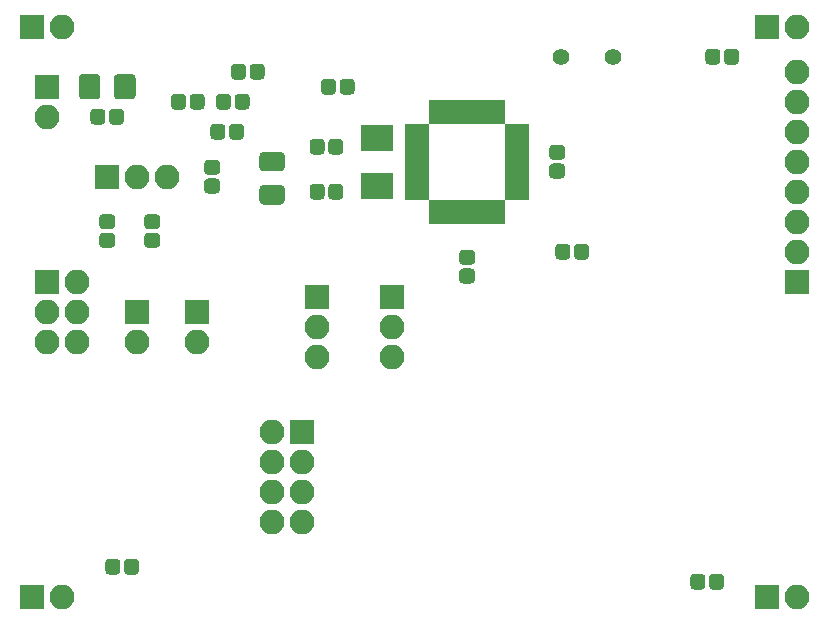
<source format=gbr>
G04 #@! TF.GenerationSoftware,KiCad,Pcbnew,(5.1.6)-1*
G04 #@! TF.CreationDate,2020-09-09T15:03:48-04:00*
G04 #@! TF.ProjectId,electronique_drone,656c6563-7472-46f6-9e69-7175655f6472,2*
G04 #@! TF.SameCoordinates,Original*
G04 #@! TF.FileFunction,Soldermask,Bot*
G04 #@! TF.FilePolarity,Negative*
%FSLAX46Y46*%
G04 Gerber Fmt 4.6, Leading zero omitted, Abs format (unit mm)*
G04 Created by KiCad (PCBNEW (5.1.6)-1) date 2020-09-09 15:03:48*
%MOMM*%
%LPD*%
G01*
G04 APERTURE LIST*
%ADD10R,2.100000X2.100000*%
%ADD11O,2.100000X2.100000*%
%ADD12C,1.400000*%
%ADD13R,2.000000X0.950000*%
%ADD14R,0.950000X2.000000*%
%ADD15R,2.800000X2.300000*%
G04 APERTURE END LIST*
D10*
X49530000Y-58420000D03*
D11*
X49530000Y-60960000D03*
G36*
G01*
X52210000Y-59174824D02*
X52210000Y-57665176D01*
G75*
G02*
X52530176Y-57345000I320176J0D01*
G01*
X53714824Y-57345000D01*
G75*
G02*
X54035000Y-57665176I0J-320176D01*
G01*
X54035000Y-59174824D01*
G75*
G02*
X53714824Y-59495000I-320176J0D01*
G01*
X52530176Y-59495000D01*
G75*
G02*
X52210000Y-59174824I0J320176D01*
G01*
G37*
G36*
G01*
X55185000Y-59174824D02*
X55185000Y-57665176D01*
G75*
G02*
X55505176Y-57345000I320176J0D01*
G01*
X56689824Y-57345000D01*
G75*
G02*
X57010000Y-57665176I0J-320176D01*
G01*
X57010000Y-59174824D01*
G75*
G02*
X56689824Y-59495000I-320176J0D01*
G01*
X55505176Y-59495000D01*
G75*
G02*
X55185000Y-59174824I0J320176D01*
G01*
G37*
G36*
G01*
X53185000Y-61316250D02*
X53185000Y-60603750D01*
G75*
G02*
X53503750Y-60285000I318750J0D01*
G01*
X54141250Y-60285000D01*
G75*
G02*
X54460000Y-60603750I0J-318750D01*
G01*
X54460000Y-61316250D01*
G75*
G02*
X54141250Y-61635000I-318750J0D01*
G01*
X53503750Y-61635000D01*
G75*
G02*
X53185000Y-61316250I0J318750D01*
G01*
G37*
G36*
G01*
X54760000Y-61316250D02*
X54760000Y-60603750D01*
G75*
G02*
X55078750Y-60285000I318750J0D01*
G01*
X55716250Y-60285000D01*
G75*
G02*
X56035000Y-60603750I0J-318750D01*
G01*
X56035000Y-61316250D01*
G75*
G02*
X55716250Y-61635000I-318750J0D01*
G01*
X55078750Y-61635000D01*
G75*
G02*
X54760000Y-61316250I0J318750D01*
G01*
G37*
G36*
G01*
X60017500Y-60046250D02*
X60017500Y-59333750D01*
G75*
G02*
X60336250Y-59015000I318750J0D01*
G01*
X60973750Y-59015000D01*
G75*
G02*
X61292500Y-59333750I0J-318750D01*
G01*
X61292500Y-60046250D01*
G75*
G02*
X60973750Y-60365000I-318750J0D01*
G01*
X60336250Y-60365000D01*
G75*
G02*
X60017500Y-60046250I0J318750D01*
G01*
G37*
G36*
G01*
X61592500Y-60046250D02*
X61592500Y-59333750D01*
G75*
G02*
X61911250Y-59015000I318750J0D01*
G01*
X62548750Y-59015000D01*
G75*
G02*
X62867500Y-59333750I0J-318750D01*
G01*
X62867500Y-60046250D01*
G75*
G02*
X62548750Y-60365000I-318750J0D01*
G01*
X61911250Y-60365000D01*
G75*
G02*
X61592500Y-60046250I0J318750D01*
G01*
G37*
G36*
G01*
X65097500Y-57506250D02*
X65097500Y-56793750D01*
G75*
G02*
X65416250Y-56475000I318750J0D01*
G01*
X66053750Y-56475000D01*
G75*
G02*
X66372500Y-56793750I0J-318750D01*
G01*
X66372500Y-57506250D01*
G75*
G02*
X66053750Y-57825000I-318750J0D01*
G01*
X65416250Y-57825000D01*
G75*
G02*
X65097500Y-57506250I0J318750D01*
G01*
G37*
G36*
G01*
X66672500Y-57506250D02*
X66672500Y-56793750D01*
G75*
G02*
X66991250Y-56475000I318750J0D01*
G01*
X67628750Y-56475000D01*
G75*
G02*
X67947500Y-56793750I0J-318750D01*
G01*
X67947500Y-57506250D01*
G75*
G02*
X67628750Y-57825000I-318750J0D01*
G01*
X66991250Y-57825000D01*
G75*
G02*
X66672500Y-57506250I0J318750D01*
G01*
G37*
G36*
G01*
X65402500Y-60046250D02*
X65402500Y-59333750D01*
G75*
G02*
X65721250Y-59015000I318750J0D01*
G01*
X66358750Y-59015000D01*
G75*
G02*
X66677500Y-59333750I0J-318750D01*
G01*
X66677500Y-60046250D01*
G75*
G02*
X66358750Y-60365000I-318750J0D01*
G01*
X65721250Y-60365000D01*
G75*
G02*
X65402500Y-60046250I0J318750D01*
G01*
G37*
G36*
G01*
X63827500Y-60046250D02*
X63827500Y-59333750D01*
G75*
G02*
X64146250Y-59015000I318750J0D01*
G01*
X64783750Y-59015000D01*
G75*
G02*
X65102500Y-59333750I0J-318750D01*
G01*
X65102500Y-60046250D01*
G75*
G02*
X64783750Y-60365000I-318750J0D01*
G01*
X64146250Y-60365000D01*
G75*
G02*
X63827500Y-60046250I0J318750D01*
G01*
G37*
G36*
G01*
X92353750Y-64920000D02*
X93066250Y-64920000D01*
G75*
G02*
X93385000Y-65238750I0J-318750D01*
G01*
X93385000Y-65876250D01*
G75*
G02*
X93066250Y-66195000I-318750J0D01*
G01*
X92353750Y-66195000D01*
G75*
G02*
X92035000Y-65876250I0J318750D01*
G01*
X92035000Y-65238750D01*
G75*
G02*
X92353750Y-64920000I318750J0D01*
G01*
G37*
G36*
G01*
X92353750Y-63345000D02*
X93066250Y-63345000D01*
G75*
G02*
X93385000Y-63663750I0J-318750D01*
G01*
X93385000Y-64301250D01*
G75*
G02*
X93066250Y-64620000I-318750J0D01*
G01*
X92353750Y-64620000D01*
G75*
G02*
X92035000Y-64301250I0J318750D01*
G01*
X92035000Y-63663750D01*
G75*
G02*
X92353750Y-63345000I318750J0D01*
G01*
G37*
G36*
G01*
X74602500Y-66953750D02*
X74602500Y-67666250D01*
G75*
G02*
X74283750Y-67985000I-318750J0D01*
G01*
X73646250Y-67985000D01*
G75*
G02*
X73327500Y-67666250I0J318750D01*
G01*
X73327500Y-66953750D01*
G75*
G02*
X73646250Y-66635000I318750J0D01*
G01*
X74283750Y-66635000D01*
G75*
G02*
X74602500Y-66953750I0J-318750D01*
G01*
G37*
G36*
G01*
X73027500Y-66953750D02*
X73027500Y-67666250D01*
G75*
G02*
X72708750Y-67985000I-318750J0D01*
G01*
X72071250Y-67985000D01*
G75*
G02*
X71752500Y-67666250I0J318750D01*
G01*
X71752500Y-66953750D01*
G75*
G02*
X72071250Y-66635000I318750J0D01*
G01*
X72708750Y-66635000D01*
G75*
G02*
X73027500Y-66953750I0J-318750D01*
G01*
G37*
G36*
G01*
X73027500Y-63143750D02*
X73027500Y-63856250D01*
G75*
G02*
X72708750Y-64175000I-318750J0D01*
G01*
X72071250Y-64175000D01*
G75*
G02*
X71752500Y-63856250I0J318750D01*
G01*
X71752500Y-63143750D01*
G75*
G02*
X72071250Y-62825000I318750J0D01*
G01*
X72708750Y-62825000D01*
G75*
G02*
X73027500Y-63143750I0J-318750D01*
G01*
G37*
G36*
G01*
X74602500Y-63143750D02*
X74602500Y-63856250D01*
G75*
G02*
X74283750Y-64175000I-318750J0D01*
G01*
X73646250Y-64175000D01*
G75*
G02*
X73327500Y-63856250I0J318750D01*
G01*
X73327500Y-63143750D01*
G75*
G02*
X73646250Y-62825000I318750J0D01*
G01*
X74283750Y-62825000D01*
G75*
G02*
X74602500Y-63143750I0J-318750D01*
G01*
G37*
D12*
X97450000Y-55880000D03*
X93050000Y-55880000D03*
D10*
X49530000Y-74930000D03*
D11*
X52070000Y-74930000D03*
X49530000Y-77470000D03*
X52070000Y-77470000D03*
X49530000Y-80010000D03*
X52070000Y-80010000D03*
D10*
X54610000Y-66040000D03*
D11*
X57150000Y-66040000D03*
X59690000Y-66040000D03*
D10*
X72390000Y-76200000D03*
D11*
X72390000Y-78740000D03*
X72390000Y-81280000D03*
X78740000Y-81280000D03*
X78740000Y-78740000D03*
D10*
X78740000Y-76200000D03*
D11*
X57150000Y-80010000D03*
D10*
X57150000Y-77470000D03*
X62230000Y-77470000D03*
D11*
X62230000Y-80010000D03*
X50800000Y-53340000D03*
D10*
X48260000Y-53340000D03*
X110490000Y-53340000D03*
D11*
X113030000Y-53340000D03*
X50800000Y-101600000D03*
D10*
X48260000Y-101600000D03*
X110490000Y-101600000D03*
D11*
X113030000Y-101600000D03*
G36*
G01*
X63345000Y-62586250D02*
X63345000Y-61873750D01*
G75*
G02*
X63663750Y-61555000I318750J0D01*
G01*
X64301250Y-61555000D01*
G75*
G02*
X64620000Y-61873750I0J-318750D01*
G01*
X64620000Y-62586250D01*
G75*
G02*
X64301250Y-62905000I-318750J0D01*
G01*
X63663750Y-62905000D01*
G75*
G02*
X63345000Y-62586250I0J318750D01*
G01*
G37*
G36*
G01*
X64920000Y-62586250D02*
X64920000Y-61873750D01*
G75*
G02*
X65238750Y-61555000I318750J0D01*
G01*
X65876250Y-61555000D01*
G75*
G02*
X66195000Y-61873750I0J-318750D01*
G01*
X66195000Y-62586250D01*
G75*
G02*
X65876250Y-62905000I-318750J0D01*
G01*
X65238750Y-62905000D01*
G75*
G02*
X64920000Y-62586250I0J318750D01*
G01*
G37*
G36*
G01*
X54253750Y-70787500D02*
X54966250Y-70787500D01*
G75*
G02*
X55285000Y-71106250I0J-318750D01*
G01*
X55285000Y-71743750D01*
G75*
G02*
X54966250Y-72062500I-318750J0D01*
G01*
X54253750Y-72062500D01*
G75*
G02*
X53935000Y-71743750I0J318750D01*
G01*
X53935000Y-71106250D01*
G75*
G02*
X54253750Y-70787500I318750J0D01*
G01*
G37*
G36*
G01*
X54253750Y-69212500D02*
X54966250Y-69212500D01*
G75*
G02*
X55285000Y-69531250I0J-318750D01*
G01*
X55285000Y-70168750D01*
G75*
G02*
X54966250Y-70487500I-318750J0D01*
G01*
X54253750Y-70487500D01*
G75*
G02*
X53935000Y-70168750I0J318750D01*
G01*
X53935000Y-69531250D01*
G75*
G02*
X54253750Y-69212500I318750J0D01*
G01*
G37*
G36*
G01*
X74292500Y-58776250D02*
X74292500Y-58063750D01*
G75*
G02*
X74611250Y-57745000I318750J0D01*
G01*
X75248750Y-57745000D01*
G75*
G02*
X75567500Y-58063750I0J-318750D01*
G01*
X75567500Y-58776250D01*
G75*
G02*
X75248750Y-59095000I-318750J0D01*
G01*
X74611250Y-59095000D01*
G75*
G02*
X74292500Y-58776250I0J318750D01*
G01*
G37*
G36*
G01*
X72717500Y-58776250D02*
X72717500Y-58063750D01*
G75*
G02*
X73036250Y-57745000I318750J0D01*
G01*
X73673750Y-57745000D01*
G75*
G02*
X73992500Y-58063750I0J-318750D01*
G01*
X73992500Y-58776250D01*
G75*
G02*
X73673750Y-59095000I-318750J0D01*
G01*
X73036250Y-59095000D01*
G75*
G02*
X72717500Y-58776250I0J318750D01*
G01*
G37*
G36*
G01*
X63856250Y-65890000D02*
X63143750Y-65890000D01*
G75*
G02*
X62825000Y-65571250I0J318750D01*
G01*
X62825000Y-64933750D01*
G75*
G02*
X63143750Y-64615000I318750J0D01*
G01*
X63856250Y-64615000D01*
G75*
G02*
X64175000Y-64933750I0J-318750D01*
G01*
X64175000Y-65571250D01*
G75*
G02*
X63856250Y-65890000I-318750J0D01*
G01*
G37*
G36*
G01*
X63856250Y-67465000D02*
X63143750Y-67465000D01*
G75*
G02*
X62825000Y-67146250I0J318750D01*
G01*
X62825000Y-66508750D01*
G75*
G02*
X63143750Y-66190000I318750J0D01*
G01*
X63856250Y-66190000D01*
G75*
G02*
X64175000Y-66508750I0J-318750D01*
G01*
X64175000Y-67146250D01*
G75*
G02*
X63856250Y-67465000I-318750J0D01*
G01*
G37*
G36*
G01*
X67835000Y-63945000D02*
X69325000Y-63945000D01*
G75*
G02*
X69655000Y-64275000I0J-330000D01*
G01*
X69655000Y-65265000D01*
G75*
G02*
X69325000Y-65595000I-330000J0D01*
G01*
X67835000Y-65595000D01*
G75*
G02*
X67505000Y-65265000I0J330000D01*
G01*
X67505000Y-64275000D01*
G75*
G02*
X67835000Y-63945000I330000J0D01*
G01*
G37*
G36*
G01*
X67835000Y-66745000D02*
X69325000Y-66745000D01*
G75*
G02*
X69655000Y-67075000I0J-330000D01*
G01*
X69655000Y-68065000D01*
G75*
G02*
X69325000Y-68395000I-330000J0D01*
G01*
X67835000Y-68395000D01*
G75*
G02*
X67505000Y-68065000I0J330000D01*
G01*
X67505000Y-67075000D01*
G75*
G02*
X67835000Y-66745000I330000J0D01*
G01*
G37*
G36*
G01*
X58063750Y-70787500D02*
X58776250Y-70787500D01*
G75*
G02*
X59095000Y-71106250I0J-318750D01*
G01*
X59095000Y-71743750D01*
G75*
G02*
X58776250Y-72062500I-318750J0D01*
G01*
X58063750Y-72062500D01*
G75*
G02*
X57745000Y-71743750I0J318750D01*
G01*
X57745000Y-71106250D01*
G75*
G02*
X58063750Y-70787500I318750J0D01*
G01*
G37*
G36*
G01*
X58063750Y-69212500D02*
X58776250Y-69212500D01*
G75*
G02*
X59095000Y-69531250I0J-318750D01*
G01*
X59095000Y-70168750D01*
G75*
G02*
X58776250Y-70487500I-318750J0D01*
G01*
X58063750Y-70487500D01*
G75*
G02*
X57745000Y-70168750I0J318750D01*
G01*
X57745000Y-69531250D01*
G75*
G02*
X58063750Y-69212500I318750J0D01*
G01*
G37*
G36*
G01*
X85446250Y-73510000D02*
X84733750Y-73510000D01*
G75*
G02*
X84415000Y-73191250I0J318750D01*
G01*
X84415000Y-72553750D01*
G75*
G02*
X84733750Y-72235000I318750J0D01*
G01*
X85446250Y-72235000D01*
G75*
G02*
X85765000Y-72553750I0J-318750D01*
G01*
X85765000Y-73191250D01*
G75*
G02*
X85446250Y-73510000I-318750J0D01*
G01*
G37*
G36*
G01*
X85446250Y-75085000D02*
X84733750Y-75085000D01*
G75*
G02*
X84415000Y-74766250I0J318750D01*
G01*
X84415000Y-74128750D01*
G75*
G02*
X84733750Y-73810000I318750J0D01*
G01*
X85446250Y-73810000D01*
G75*
G02*
X85765000Y-74128750I0J-318750D01*
G01*
X85765000Y-74766250D01*
G75*
G02*
X85446250Y-75085000I-318750J0D01*
G01*
G37*
G36*
G01*
X95405000Y-72033750D02*
X95405000Y-72746250D01*
G75*
G02*
X95086250Y-73065000I-318750J0D01*
G01*
X94448750Y-73065000D01*
G75*
G02*
X94130000Y-72746250I0J318750D01*
G01*
X94130000Y-72033750D01*
G75*
G02*
X94448750Y-71715000I318750J0D01*
G01*
X95086250Y-71715000D01*
G75*
G02*
X95405000Y-72033750I0J-318750D01*
G01*
G37*
G36*
G01*
X93830000Y-72033750D02*
X93830000Y-72746250D01*
G75*
G02*
X93511250Y-73065000I-318750J0D01*
G01*
X92873750Y-73065000D01*
G75*
G02*
X92555000Y-72746250I0J318750D01*
G01*
X92555000Y-72033750D01*
G75*
G02*
X92873750Y-71715000I318750J0D01*
G01*
X93511250Y-71715000D01*
G75*
G02*
X93830000Y-72033750I0J-318750D01*
G01*
G37*
G36*
G01*
X56030000Y-99416250D02*
X56030000Y-98703750D01*
G75*
G02*
X56348750Y-98385000I318750J0D01*
G01*
X56986250Y-98385000D01*
G75*
G02*
X57305000Y-98703750I0J-318750D01*
G01*
X57305000Y-99416250D01*
G75*
G02*
X56986250Y-99735000I-318750J0D01*
G01*
X56348750Y-99735000D01*
G75*
G02*
X56030000Y-99416250I0J318750D01*
G01*
G37*
G36*
G01*
X54455000Y-99416250D02*
X54455000Y-98703750D01*
G75*
G02*
X54773750Y-98385000I318750J0D01*
G01*
X55411250Y-98385000D01*
G75*
G02*
X55730000Y-98703750I0J-318750D01*
G01*
X55730000Y-99416250D01*
G75*
G02*
X55411250Y-99735000I-318750J0D01*
G01*
X54773750Y-99735000D01*
G75*
G02*
X54455000Y-99416250I0J318750D01*
G01*
G37*
G36*
G01*
X103985000Y-100686250D02*
X103985000Y-99973750D01*
G75*
G02*
X104303750Y-99655000I318750J0D01*
G01*
X104941250Y-99655000D01*
G75*
G02*
X105260000Y-99973750I0J-318750D01*
G01*
X105260000Y-100686250D01*
G75*
G02*
X104941250Y-101005000I-318750J0D01*
G01*
X104303750Y-101005000D01*
G75*
G02*
X103985000Y-100686250I0J318750D01*
G01*
G37*
G36*
G01*
X105560000Y-100686250D02*
X105560000Y-99973750D01*
G75*
G02*
X105878750Y-99655000I318750J0D01*
G01*
X106516250Y-99655000D01*
G75*
G02*
X106835000Y-99973750I0J-318750D01*
G01*
X106835000Y-100686250D01*
G75*
G02*
X106516250Y-101005000I-318750J0D01*
G01*
X105878750Y-101005000D01*
G75*
G02*
X105560000Y-100686250I0J318750D01*
G01*
G37*
G36*
G01*
X105255000Y-56236250D02*
X105255000Y-55523750D01*
G75*
G02*
X105573750Y-55205000I318750J0D01*
G01*
X106211250Y-55205000D01*
G75*
G02*
X106530000Y-55523750I0J-318750D01*
G01*
X106530000Y-56236250D01*
G75*
G02*
X106211250Y-56555000I-318750J0D01*
G01*
X105573750Y-56555000D01*
G75*
G02*
X105255000Y-56236250I0J318750D01*
G01*
G37*
G36*
G01*
X106830000Y-56236250D02*
X106830000Y-55523750D01*
G75*
G02*
X107148750Y-55205000I318750J0D01*
G01*
X107786250Y-55205000D01*
G75*
G02*
X108105000Y-55523750I0J-318750D01*
G01*
X108105000Y-56236250D01*
G75*
G02*
X107786250Y-56555000I-318750J0D01*
G01*
X107148750Y-56555000D01*
G75*
G02*
X106830000Y-56236250I0J318750D01*
G01*
G37*
D13*
X80840000Y-67570000D03*
X80840000Y-66770000D03*
X80840000Y-65970000D03*
X80840000Y-65170000D03*
X80840000Y-64370000D03*
X80840000Y-63570000D03*
X80840000Y-62770000D03*
X80840000Y-61970000D03*
D14*
X82290000Y-60520000D03*
X83090000Y-60520000D03*
X83890000Y-60520000D03*
X84690000Y-60520000D03*
X85490000Y-60520000D03*
X86290000Y-60520000D03*
X87090000Y-60520000D03*
X87890000Y-60520000D03*
D13*
X89340000Y-61970000D03*
X89340000Y-62770000D03*
X89340000Y-63570000D03*
X89340000Y-64370000D03*
X89340000Y-65170000D03*
X89340000Y-65970000D03*
X89340000Y-66770000D03*
X89340000Y-67570000D03*
D14*
X87890000Y-69020000D03*
X87090000Y-69020000D03*
X86290000Y-69020000D03*
X85490000Y-69020000D03*
X84690000Y-69020000D03*
X83890000Y-69020000D03*
X83090000Y-69020000D03*
X82290000Y-69020000D03*
D10*
X113030000Y-74930000D03*
D11*
X113030000Y-72390000D03*
X113030000Y-69850000D03*
X113030000Y-67310000D03*
X113030000Y-64770000D03*
X113030000Y-62230000D03*
X113030000Y-59690000D03*
X113030000Y-57150000D03*
D10*
X71120000Y-87630000D03*
D11*
X68580000Y-87630000D03*
X71120000Y-90170000D03*
X68580000Y-90170000D03*
X71120000Y-92710000D03*
X68580000Y-92710000D03*
X71120000Y-95250000D03*
X68580000Y-95250000D03*
D15*
X77470000Y-66820000D03*
X77470000Y-62720000D03*
M02*

</source>
